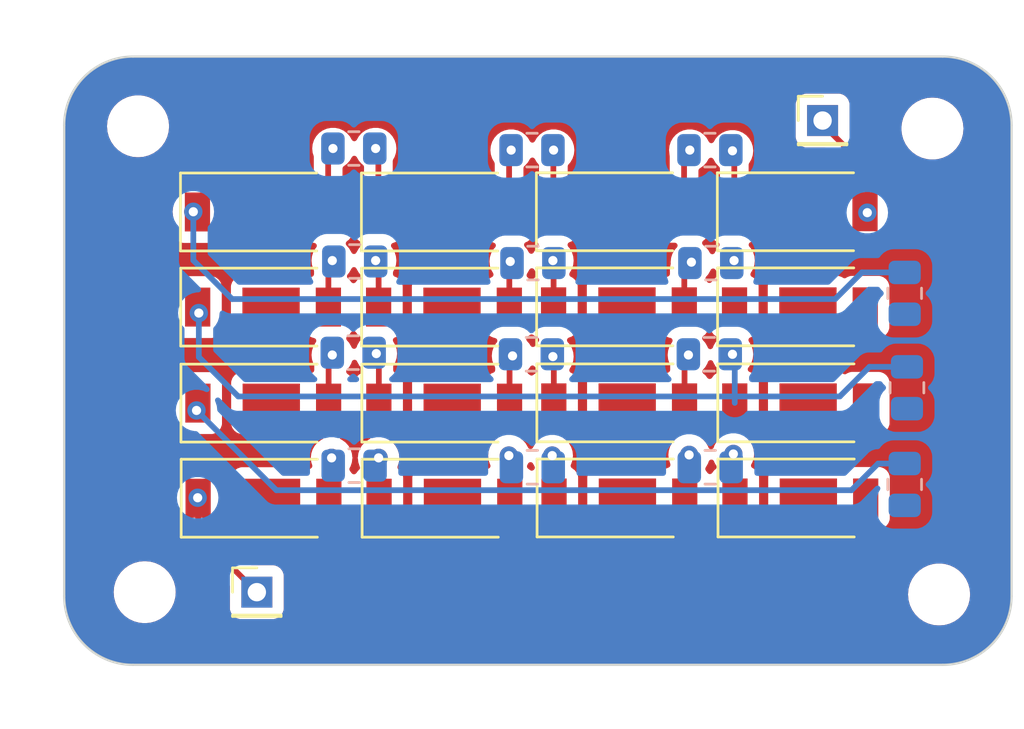
<source format=kicad_pcb>
(kicad_pcb (version 20221018) (generator pcbnew)
  (layers (0 "F.Cu" signal) (31 "B.Cu" signal) (34 "B.Paste" user) (35 "F.Paste" user) (36 "B.SilkS" user "B.Silkscreen") (37 "F.SilkS" user "F.Silkscreen") (38 "B.Mask" user) (39 "F.Mask" user) (44 "Edge.Cuts" user))
  (net 0 "")
  (footprint "MountingHole:MountingHole_2.2mm_M2" (layer "F.Cu") (at 99.52 99.55)
    (fp_text reference "REF**" hide)
    (fp_text value "MountingHole_2.2mm_M2" hide)
    (pad "" np_thru_hole circle (at 0 0) (size 2.2 2.2) (drill 2.2) (layers "*.Cu" "*.Mask"))
  )
  (footprint "LED_SMD:LED_Yuji_5730" (layer "F.Cu") (at 128.08 82.95)
    (fp_text reference "REF**" hide)
    (fp_text value "LED_Yuji_5730" hide)
    (fp_line (start -3.59 -1.7) (end 2.35 -1.7) (stroke (width 0.12)) (layer "F.SilkS"))
    (fp_line (start -3.59 1.7) (end -3.59 -1.7) (stroke (width 0.12)) (layer "F.SilkS"))
    (fp_line (start 2.35 1.7) (end -3.59 1.7) (stroke (width 0.12)) (layer "F.SilkS"))
    (pad "1" smd rect (at -2.85 0) (size 1.1 1.7) (layers "F.Cu" "F.Paste" "F.Mask"))
    (pad "2" smd rect (at 0.35 0) (size 2.5 1.7) (layers "F.Cu" "F.Paste" "F.Mask"))
    (pad "2" smd rect (at 2.85 0) (size 1.1 1.7) (layers "F.Cu" "F.Paste" "F.Mask"))
  )
  (footprint "LED_SMD:LED_Yuji_5730" (layer "F.Cu") (at 112.57 87.11)
    (fp_text reference "REF**" hide)
    (fp_text value "LED_Yuji_5730" hide)
    (fp_line (start -3.59 -1.7) (end 2.35 -1.7) (stroke (width 0.12)) (layer "F.SilkS"))
    (fp_line (start -3.59 1.7) (end -3.59 -1.7) (stroke (width 0.12)) (layer "F.SilkS"))
    (fp_line (start 2.35 1.7) (end -3.59 1.7) (stroke (width 0.12)) (layer "F.SilkS"))
    (pad "1" smd rect (at -2.85 0) (size 1.1 1.7) (layers "F.Cu" "F.Paste" "F.Mask"))
    (pad "2" smd rect (at 0.35 0) (size 2.5 1.7) (layers "F.Cu" "F.Paste" "F.Mask"))
    (pad "2" smd rect (at 2.85 0) (size 1.1 1.7) (layers "F.Cu" "F.Paste" "F.Mask"))
  )
  (footprint "MountingHole:MountingHole_2.2mm_M2" (layer "F.Cu") (at 134.16 99.65)
    (fp_text reference "REF**" hide)
    (fp_text value "MountingHole_2.2mm_M2" hide)
    (pad "" np_thru_hole circle (at 0 0) (size 2.2 2.2) (drill 2.2) (layers "*.Cu" "*.Mask"))
  )
  (footprint "LED_SMD:LED_Yuji_5730" (layer "F.Cu") (at 112.59 95.45)
    (fp_text reference "REF**" hide)
    (fp_text value "LED_Yuji_5730" hide)
    (fp_line (start -3.59 -1.7) (end 2.35 -1.7) (stroke (width 0.12)) (layer "F.SilkS"))
    (fp_line (start -3.59 1.7) (end -3.59 -1.7) (stroke (width 0.12)) (layer "F.SilkS"))
    (fp_line (start 2.35 1.7) (end -3.59 1.7) (stroke (width 0.12)) (layer "F.SilkS"))
    (pad "1" smd rect (at -2.85 0) (size 1.1 1.7) (layers "F.Cu" "F.Paste" "F.Mask"))
    (pad "2" smd rect (at 0.35 0) (size 2.5 1.7) (layers "F.Cu" "F.Paste" "F.Mask"))
    (pad "2" smd rect (at 2.85 0) (size 1.1 1.7) (layers "F.Cu" "F.Paste" "F.Mask"))
  )
  (footprint "LED_SMD:LED_Yuji_5730" (layer "F.Cu") (at 128.11 95.44)
    (fp_text reference "REF**" hide)
    (fp_text value "LED_Yuji_5730" hide)
    (fp_line (start -3.59 -1.7) (end 2.35 -1.7) (stroke (width 0.12)) (layer "F.SilkS"))
    (fp_line (start -3.59 1.7) (end -3.59 -1.7) (stroke (width 0.12)) (layer "F.SilkS"))
    (fp_line (start 2.35 1.7) (end -3.59 1.7) (stroke (width 0.12)) (layer "F.SilkS"))
    (pad "1" smd rect (at -2.85 0) (size 1.1 1.7) (layers "F.Cu" "F.Paste" "F.Mask"))
    (pad "2" smd rect (at 0.35 0) (size 2.5 1.7) (layers "F.Cu" "F.Paste" "F.Mask"))
    (pad "2" smd rect (at 2.85 0) (size 1.1 1.7) (layers "F.Cu" "F.Paste" "F.Mask"))
  )
  (footprint "MountingHole:MountingHole_2.2mm_M2" (layer "F.Cu") (at 133.87 79.32)
    (fp_text reference "REF**" hide)
    (fp_text value "MountingHole_2.2mm_M2" hide)
    (pad "" np_thru_hole circle (at 0 0) (size 2.2 2.2) (drill 2.2) (layers "*.Cu" "*.Mask"))
  )
  (footprint "LED_SMD:LED_Yuji_5730" (layer "F.Cu") (at 104.7 95.45)
    (fp_text reference "REF**" hide)
    (fp_text value "LED_Yuji_5730" hide)
    (fp_line (start -3.59 -1.7) (end 2.35 -1.7) (stroke (width 0.12)) (layer "F.SilkS"))
    (fp_line (start -3.59 1.7) (end -3.59 -1.7) (stroke (width 0.12)) (layer "F.SilkS"))
    (fp_line (start 2.35 1.7) (end -3.59 1.7) (stroke (width 0.12)) (layer "F.SilkS"))
    (pad "1" smd rect (at -2.85 0) (size 1.1 1.7) (layers "F.Cu" "F.Paste" "F.Mask"))
    (pad "2" smd rect (at 0.35 0) (size 2.5 1.7) (layers "F.Cu" "F.Paste" "F.Mask"))
    (pad "2" smd rect (at 2.85 0) (size 1.1 1.7) (layers "F.Cu" "F.Paste" "F.Mask"))
  )
  (footprint "LED_SMD:LED_Yuji_5730" (layer "F.Cu") (at 128.09 87.1)
    (fp_text reference "REF**" hide)
    (fp_text value "LED_Yuji_5730" hide)
    (fp_line (start -3.59 -1.7) (end 2.35 -1.7) (stroke (width 0.12)) (layer "F.SilkS"))
    (fp_line (start -3.59 1.7) (end -3.59 -1.7) (stroke (width 0.12)) (layer "F.SilkS"))
    (fp_line (start 2.35 1.7) (end -3.59 1.7) (stroke (width 0.12)) (layer "F.SilkS"))
    (pad "1" smd rect (at -2.85 0) (size 1.1 1.7) (layers "F.Cu" "F.Paste" "F.Mask"))
    (pad "2" smd rect (at 0.35 0) (size 2.5 1.7) (layers "F.Cu" "F.Paste" "F.Mask"))
    (pad "2" smd rect (at 2.85 0) (size 1.1 1.7) (layers "F.Cu" "F.Paste" "F.Mask"))
  )
  (footprint "LED_SMD:LED_Yuji_5730" (layer "F.Cu") (at 128.1 91.29)
    (fp_text reference "REF**" hide)
    (fp_text value "LED_Yuji_5730" hide)
    (fp_line (start -3.59 -1.7) (end 2.35 -1.7) (stroke (width 0.12)) (layer "F.SilkS"))
    (fp_line (start -3.59 1.7) (end -3.59 -1.7) (stroke (width 0.12)) (layer "F.SilkS"))
    (fp_line (start 2.35 1.7) (end -3.59 1.7) (stroke (width 0.12)) (layer "F.SilkS"))
    (pad "1" smd rect (at -2.85 0) (size 1.1 1.7) (layers "F.Cu" "F.Paste" "F.Mask"))
    (pad "2" smd rect (at 0.35 0) (size 2.5 1.7) (layers "F.Cu" "F.Paste" "F.Mask"))
    (pad "2" smd rect (at 2.85 0) (size 1.1 1.7) (layers "F.Cu" "F.Paste" "F.Mask"))
  )
  (footprint "Connector_PinHeader_2.00mm:PinHeader_1x01_P2.00mm_Vertical" (layer "F.Cu") (at 104.41 99.55)
    (fp_text reference "REF**" hide)
    (fp_text value "PinHeader_1x01_P2.00mm_Vertical" hide)
    (fp_line (start -1.06 -1.06) (end 0 -1.06) (stroke (width 0.12)) (layer "F.SilkS"))
    (fp_line (start -1.06 0) (end -1.06 -1.06) (stroke (width 0.12)) (layer "F.SilkS"))
    (fp_line (start -1.06 1) (end -1.06 1.06) (stroke (width 0.12)) (layer "F.SilkS"))
    (fp_line (start -1.06 1) (end 1.06 1) (stroke (width 0.12)) (layer "F.SilkS"))
    (fp_line (start -1.06 1.06) (end 1.06 1.06) (stroke (width 0.12)) (layer "F.SilkS"))
    (fp_line (start 1.06 1) (end 1.06 1.06) (stroke (width 0.12)) (layer "F.SilkS"))
    (pad "1" thru_hole rect (at 0 0) (size 1.35 1.35) (drill 0.8) (layers "*.Cu" "*.Mask"))
  )
  (footprint "Connector_PinHeader_2.00mm:PinHeader_1x01_P2.00mm_Vertical" (layer "F.Cu") (at 129.08 78.97)
    (fp_text reference "REF**" hide)
    (fp_text value "PinHeader_1x01_P2.00mm_Vertical" hide)
    (fp_line (start -1.06 -1.06) (end 0 -1.06) (stroke (width 0.12)) (layer "F.SilkS"))
    (fp_line (start -1.06 0) (end -1.06 -1.06) (stroke (width 0.12)) (layer "F.SilkS"))
    (fp_line (start -1.06 1) (end -1.06 1.06) (stroke (width 0.12)) (layer "F.SilkS"))
    (fp_line (start -1.06 1) (end 1.06 1) (stroke (width 0.12)) (layer "F.SilkS"))
    (fp_line (start -1.06 1.06) (end 1.06 1.06) (stroke (width 0.12)) (layer "F.SilkS"))
    (fp_line (start 1.06 1) (end 1.06 1.06) (stroke (width 0.12)) (layer "F.SilkS"))
    (pad "1" thru_hole rect (at 0 0) (size 1.35 1.35) (drill 0.8) (layers "*.Cu" "*.Mask"))
  )
  (footprint "LED_SMD:LED_Yuji_5730" (layer "F.Cu") (at 120.22 95.44)
    (fp_text reference "REF**" hide)
    (fp_text value "LED_Yuji_5730" hide)
    (fp_line (start -3.59 -1.7) (end 2.35 -1.7) (stroke (width 0.12)) (layer "F.SilkS"))
    (fp_line (start -3.59 1.7) (end -3.59 -1.7) (stroke (width 0.12)) (layer "F.SilkS"))
    (fp_line (start 2.35 1.7) (end -3.59 1.7) (stroke (width 0.12)) (layer "F.SilkS"))
    (pad "1" smd rect (at -2.85 0) (size 1.1 1.7) (layers "F.Cu" "F.Paste" "F.Mask"))
    (pad "2" smd rect (at 0.35 0) (size 2.5 1.7) (layers "F.Cu" "F.Paste" "F.Mask"))
    (pad "2" smd rect (at 2.85 0) (size 1.1 1.7) (layers "F.Cu" "F.Paste" "F.Mask"))
  )
  (footprint "MountingHole:MountingHole_2.2mm_M2" (layer "F.Cu") (at 99.23 79.22)
    (fp_text reference "REF**" hide)
    (fp_text value "MountingHole_2.2mm_M2" hide)
    (pad "" np_thru_hole circle (at 0 0) (size 2.2 2.2) (drill 2.2) (layers "*.Cu" "*.Mask"))
  )
  (footprint "LED_SMD:LED_Yuji_5730" (layer "F.Cu") (at 120.2 87.1)
    (fp_text reference "REF**" hide)
    (fp_text value "LED_Yuji_5730" hide)
    (fp_line (start -3.59 -1.7) (end 2.35 -1.7) (stroke (width 0.12)) (layer "F.SilkS"))
    (fp_line (start -3.59 1.7) (end -3.59 -1.7) (stroke (width 0.12)) (layer "F.SilkS"))
    (fp_line (start 2.35 1.7) (end -3.59 1.7) (stroke (width 0.12)) (layer "F.SilkS"))
    (pad "1" smd rect (at -2.85 0) (size 1.1 1.7) (layers "F.Cu" "F.Paste" "F.Mask"))
    (pad "2" smd rect (at 0.35 0) (size 2.5 1.7) (layers "F.Cu" "F.Paste" "F.Mask"))
    (pad "2" smd rect (at 2.85 0) (size 1.1 1.7) (layers "F.Cu" "F.Paste" "F.Mask"))
  )
  (footprint "LED_SMD:LED_Yuji_5730" (layer "F.Cu") (at 112.56 82.96)
    (fp_text reference "REF**" hide)
    (fp_text value "LED_Yuji_5730" hide)
    (fp_line (start -3.59 -1.7) (end 2.35 -1.7) (stroke (width 0.12)) (layer "F.SilkS"))
    (fp_line (start -3.59 1.7) (end -3.59 -1.7) (stroke (width 0.12)) (layer "F.SilkS"))
    (fp_line (start 2.35 1.7) (end -3.59 1.7) (stroke (width 0.12)) (layer "F.SilkS"))
    (pad "1" smd rect (at -2.85 0) (size 1.1 1.7) (layers "F.Cu" "F.Paste" "F.Mask"))
    (pad "2" smd rect (at 0.35 0) (size 2.5 1.7) (layers "F.Cu" "F.Paste" "F.Mask"))
    (pad "2" smd rect (at 2.85 0) (size 1.1 1.7) (layers "F.Cu" "F.Paste" "F.Mask"))
  )
  (footprint "LED_SMD:LED_Yuji_5730" (layer "F.Cu") (at 104.68 87.11)
    (fp_text reference "REF**" hide)
    (fp_text value "LED_Yuji_5730" hide)
    (fp_line (start -3.59 -1.7) (end 2.35 -1.7) (stroke (width 0.12)) (layer "F.SilkS"))
    (fp_line (start -3.59 1.7) (end -3.59 -1.7) (stroke (width 0.12)) (layer "F.SilkS"))
    (fp_line (start 2.35 1.7) (end -3.59 1.7) (stroke (width 0.12)) (layer "F.SilkS"))
    (pad "1" smd rect (at -2.85 0) (size 1.1 1.7) (layers "F.Cu" "F.Paste" "F.Mask"))
    (pad "2" smd rect (at 0.35 0) (size 2.5 1.7) (layers "F.Cu" "F.Paste" "F.Mask"))
    (pad "2" smd rect (at 2.85 0) (size 1.1 1.7) (layers "F.Cu" "F.Paste" "F.Mask"))
  )
  (footprint "LED_SMD:LED_Yuji_5730" (layer "F.Cu") (at 120.21 91.29)
    (fp_text reference "REF**" hide)
    (fp_text value "LED_Yuji_5730" hide)
    (fp_line (start -3.59 -1.7) (end 2.35 -1.7) (stroke (width 0.12)) (layer "F.SilkS"))
    (fp_line (start -3.59 1.7) (end -3.59 -1.7) (stroke (width 0.12)) (layer "F.SilkS"))
    (fp_line (start 2.35 1.7) (end -3.59 1.7) (stroke (width 0.12)) (layer "F.SilkS"))
    (pad "1" smd rect (at -2.85 0) (size 1.1 1.7) (layers "F.Cu" "F.Paste" "F.Mask"))
    (pad "2" smd rect (at 0.35 0) (size 2.5 1.7) (layers "F.Cu" "F.Paste" "F.Mask"))
    (pad "2" smd rect (at 2.85 0) (size 1.1 1.7) (layers "F.Cu" "F.Paste" "F.Mask"))
  )
  (footprint "LED_SMD:LED_Yuji_5730" (layer "F.Cu") (at 120.19 82.95)
    (fp_text reference "REF**" hide)
    (fp_text value "LED_Yuji_5730" hide)
    (fp_line (start -3.59 -1.7) (end 2.35 -1.7) (stroke (width 0.12)) (layer "F.SilkS"))
    (fp_line (start -3.59 1.7) (end -3.59 -1.7) (stroke (width 0.12)) (layer "F.SilkS"))
    (fp_line (start 2.35 1.7) (end -3.59 1.7) (stroke (width 0.12)) (layer "F.SilkS"))
    (pad "1" smd rect (at -2.85 0) (size 1.1 1.7) (layers "F.Cu" "F.Paste" "F.Mask"))
    (pad "2" smd rect (at 0.35 0) (size 2.5 1.7) (layers "F.Cu" "F.Paste" "F.Mask"))
    (pad "2" smd rect (at 2.85 0) (size 1.1 1.7) (layers "F.Cu" "F.Paste" "F.Mask"))
  )
  (footprint "LED_SMD:LED_Yuji_5730" (layer "F.Cu") (at 104.69 91.3)
    (fp_text reference "REF**" hide)
    (fp_text value "LED_Yuji_5730" hide)
    (fp_line (start -3.59 -1.7) (end 2.35 -1.7) (stroke (width 0.12)) (layer "F.SilkS"))
    (fp_line (start -3.59 1.7) (end -3.59 -1.7) (stroke (width 0.12)) (layer "F.SilkS"))
    (fp_line (start 2.35 1.7) (end -3.59 1.7) (stroke (width 0.12)) (layer "F.SilkS"))
    (pad "1" smd rect (at -2.85 0) (size 1.1 1.7) (layers "F.Cu" "F.Paste" "F.Mask"))
    (pad "2" smd rect (at 0.35 0) (size 2.5 1.7) (layers "F.Cu" "F.Paste" "F.Mask"))
    (pad "2" smd rect (at 2.85 0) (size 1.1 1.7) (layers "F.Cu" "F.Paste" "F.Mask"))
  )
  (footprint "LED_SMD:LED_Yuji_5730" (layer "F.Cu") (at 112.58 91.3)
    (fp_text reference "REF**" hide)
    (fp_text value "LED_Yuji_5730" hide)
    (fp_line (start -3.59 -1.7) (end 2.35 -1.7) (stroke (width 0.12)) (layer "F.SilkS"))
    (fp_line (start -3.59 1.7) (end -3.59 -1.7) (stroke (width 0.12)) (layer "F.SilkS"))
    (fp_line (start 2.35 1.7) (end -3.59 1.7) (stroke (width 0.12)) (layer "F.SilkS"))
    (pad "1" smd rect (at -2.85 0) (size 1.1 1.7) (layers "F.Cu" "F.Paste" "F.Mask"))
    (pad "2" smd rect (at 0.35 0) (size 2.5 1.7) (layers "F.Cu" "F.Paste" "F.Mask"))
    (pad "2" smd rect (at 2.85 0) (size 1.1 1.7) (layers "F.Cu" "F.Paste" "F.Mask"))
  )
  (footprint "LED_SMD:LED_Yuji_5730" (layer "F.Cu") (at 104.67 82.96)
    (fp_text reference "REF**" hide)
    (fp_text value "LED_Yuji_5730" hide)
    (fp_line (start -3.59 -1.7) (end 2.35 -1.7) (stroke (width 0.12)) (layer "F.SilkS"))
    (fp_line (start -3.59 1.7) (end -3.59 -1.7) (stroke (width 0.12)) (layer "F.SilkS"))
    (fp_line (start 2.35 1.7) (end -3.59 1.7) (stroke (width 0.12)) (layer "F.SilkS"))
    (pad "1" smd rect (at -2.85 0) (size 1.1 1.7) (layers "F.Cu" "F.Paste" "F.Mask"))
    (pad "2" smd rect (at 0.35 0) (size 2.5 1.7) (layers "F.Cu" "F.Paste" "F.Mask"))
    (pad "2" smd rect (at 2.85 0) (size 1.1 1.7) (layers "F.Cu" "F.Paste" "F.Mask"))
  )
  (footprint "Resistor_SMD:R_0805_2012Metric" (layer "B.Cu") (at 124.18 94.1 180)
    (fp_text reference "REF**" hide)
    (fp_text value "R_0805_2012Metric" hide)
    (fp_line (start -0.227064 -0.735) (end 0.227064 -0.735) (stroke (width 0.12)) (layer "B.SilkS"))
    (fp_line (start -0.227064 0.735) (end 0.227064 0.735) (stroke (width 0.12)) (layer "B.SilkS"))
    (pad "1" smd roundrect (at -0.9125 0 180) (size 1.025 1.4) (layers "B.Cu" "B.Paste" "B.Mask") (roundrect_rratio 0.243902))
    (pad "2" smd roundrect (at 0.9125 0 180) (size 1.025 1.4) (layers "B.Cu" "B.Paste" "B.Mask") (roundrect_rratio 0.243902))
  )
  (footprint "Resistor_SMD:R_0805_2012Metric" (layer "B.Cu") (at 132.66 94.85 -90)
    (fp_text reference "REF**" hide)
    (fp_text value "R_0805_2012Metric" hide)
    (fp_line (start -0.227064 -0.735) (end 0.227064 -0.735) (stroke (width 0.12)) (layer "B.SilkS"))
    (fp_line (start -0.227064 0.735) (end 0.227064 0.735) (stroke (width 0.12)) (layer "B.SilkS"))
    (pad "1" smd roundrect (at -0.9125 0 270) (size 1.025 1.4) (layers "B.Cu" "B.Paste" "B.Mask") (roundrect_rratio 0.243902))
    (pad "2" smd roundrect (at 0.9125 0 270) (size 1.025 1.4) (layers "B.Cu" "B.Paste" "B.Mask") (roundrect_rratio 0.243902))
  )
  (footprint "Resistor_SMD:R_0805_2012Metric" (layer "B.Cu") (at 124.1675 80.26 180)
    (fp_text reference "REF**" hide)
    (fp_text value "R_0805_2012Metric" hide)
    (fp_line (start -0.227064 -0.735) (end 0.227064 -0.735) (stroke (width 0.12)) (layer "B.SilkS"))
    (fp_line (start -0.227064 0.735) (end 0.227064 0.735) (stroke (width 0.12)) (layer "B.SilkS"))
    (pad "1" smd roundrect (at -0.9125 0 180) (size 1.025 1.4) (layers "B.Cu" "B.Paste" "B.Mask") (roundrect_rratio 0.243902))
    (pad "2" smd roundrect (at 0.9125 0 180) (size 1.025 1.4) (layers "B.Cu" "B.Paste" "B.Mask") (roundrect_rratio 0.243902))
  )
  (footprint "Resistor_SMD:R_0805_2012Metric" (layer "B.Cu") (at 124.14 89.17 180)
    (fp_text reference "REF**" hide)
    (fp_text value "R_0805_2012Metric" hide)
    (fp_line (start -0.227064 -0.735) (end 0.227064 -0.735) (stroke (width 0.12)) (layer "B.SilkS"))
    (fp_line (start -0.227064 0.735) (end 0.227064 0.735) (stroke (width 0.12)) (layer "B.SilkS"))
    (pad "1" smd roundrect (at -0.9125 0 180) (size 1.025 1.4) (layers "B.Cu" "B.Paste" "B.Mask") (roundrect_rratio 0.243902))
    (pad "2" smd roundrect (at 0.9125 0 180) (size 1.025 1.4) (layers "B.Cu" "B.Paste" "B.Mask") (roundrect_rratio 0.243902))
  )
  (footprint "Resistor_SMD:R_0805_2012Metric" (layer "B.Cu") (at 132.66 86.51 -90)
    (fp_text reference "REF**" hide)
    (fp_text value "R_0805_2012Metric" hide)
    (fp_line (start -0.227064 -0.735) (end 0.227064 -0.735) (stroke (width 0.12)) (layer "B.SilkS"))
    (fp_line (start -0.227064 0.735) (end 0.227064 0.735) (stroke (width 0.12)) (layer "B.SilkS"))
    (pad "1" smd roundrect (at -0.9125 0 270) (size 1.025 1.4) (layers "B.Cu" "B.Paste" "B.Mask") (roundrect_rratio 0.243902))
    (pad "2" smd roundrect (at 0.9125 0 270) (size 1.025 1.4) (layers "B.Cu" "B.Paste" "B.Mask") (roundrect_rratio 0.243902))
  )
  (footprint "Resistor_SMD:R_0805_2012Metric" (layer "B.Cu") (at 116.3825 89.17 180)
    (fp_text reference "REF**" hide)
    (fp_text value "R_0805_2012Metric" hide)
    (fp_line (start -0.227064 -0.735) (end 0.227064 -0.735) (stroke (width 0.12)) (layer "B.SilkS"))
    (fp_line (start -0.227064 0.735) (end 0.227064 0.735) (stroke (width 0.12)) (layer "B.SilkS"))
    (pad "1" smd roundrect (at -0.9125 0 180) (size 1.025 1.4) (layers "B.Cu" "B.Paste" "B.Mask") (roundrect_rratio 0.243902))
    (pad "2" smd roundrect (at 0.9125 0 180) (size 1.025 1.4) (layers "B.Cu" "B.Paste" "B.Mask") (roundrect_rratio 0.243902))
  )
  (footprint "Resistor_SMD:R_0805_2012Metric" (layer "B.Cu") (at 116.4225 94.1 180)
    (fp_text reference "REF**" hide)
    (fp_text value "R_0805_2012Metric" hide)
    (fp_line (start -0.227064 -0.735) (end 0.227064 -0.735) (stroke (width 0.12)) (layer "B.SilkS"))
    (fp_line (start -0.227064 0.735) (end 0.227064 0.735) (stroke (width 0.12)) (layer "B.SilkS"))
    (pad "1" smd roundrect (at -0.9125 0 180) (size 1.025 1.4) (layers "B.Cu" "B.Paste" "B.Mask") (roundrect_rratio 0.243902))
    (pad "2" smd roundrect (at 0.9125 0 180) (size 1.025 1.4) (layers "B.Cu" "B.Paste" "B.Mask") (roundrect_rratio 0.243902))
  )
  (footprint "Resistor_SMD:R_0805_2012Metric" (layer "B.Cu") (at 132.76 90.63 -90)
    (fp_text reference "REF**" hide)
    (fp_text value "R_0805_2012Metric" hide)
    (fp_line (start -0.227064 -0.735) (end 0.227064 -0.735) (stroke (width 0.12)) (layer "B.SilkS"))
    (fp_line (start -0.227064 0.735) (end 0.227064 0.735) (stroke (width 0.12)) (layer "B.SilkS"))
    (pad "1" smd roundrect (at -0.9125 0 270) (size 1.025 1.4) (layers "B.Cu" "B.Paste" "B.Mask") (roundrect_rratio 0.243902))
    (pad "2" smd roundrect (at 0.9125 0 270) (size 1.025 1.4) (layers "B.Cu" "B.Paste" "B.Mask") (roundrect_rratio 0.243902))
  )
  (footprint "Resistor_SMD:R_0805_2012Metric" (layer "B.Cu") (at 116.41 80.26 180)
    (fp_text reference "REF**" hide)
    (fp_text value "R_0805_2012Metric" hide)
    (fp_line (start -0.227064 -0.735) (end 0.227064 -0.735) (stroke (width 0.12)) (layer "B.SilkS"))
    (fp_line (start -0.227064 0.735) (end 0.227064 0.735) (stroke (width 0.12)) (layer "B.SilkS"))
    (pad "1" smd roundrect (at -0.9125 0 180) (size 1.025 1.4) (layers "B.Cu" "B.Paste" "B.Mask") (roundrect_rratio 0.243902))
    (pad "2" smd roundrect (at 0.9125 0 180) (size 1.025 1.4) (layers "B.Cu" "B.Paste" "B.Mask") (roundrect_rratio 0.243902))
  )
  (footprint "Resistor_SMD:R_0805_2012Metric" (layer "B.Cu") (at 124.2075 85.19 180)
    (fp_text reference "REF**" hide)
    (fp_text value "R_0805_2012Metric" hide)
    (fp_line (start -0.227064 -0.735) (end 0.227064 -0.735) (stroke (width 0.12)) (layer "B.SilkS"))
    (fp_line (start -0.227064 0.735) (end 0.227064 0.735) (stroke (width 0.12)) (layer "B.SilkS"))
    (pad "1" smd roundrect (at -0.9125 0 180) (size 1.025 1.4) (layers "B.Cu" "B.Paste" "B.Mask") (roundrect_rratio 0.243902))
    (pad "2" smd roundrect (at 0.9125 0 180) (size 1.025 1.4) (layers "B.Cu" "B.Paste" "B.Mask") (roundrect_rratio 0.243902))
  )
  (footprint "Resistor_SMD:R_0805_2012Metric" (layer "B.Cu") (at 116.45 85.19 180)
    (fp_text reference "REF**" hide)
    (fp_text value "R_0805_2012Metric" hide)
    (fp_line (start -0.227064 -0.735) (end 0.227064 -0.735) (stroke (width 0.12)) (layer "B.SilkS"))
    (fp_line (start -0.227064 0.735) (end 0.227064 0.735) (stroke (width 0.12)) (layer "B.SilkS"))
    (pad "1" smd roundrect (at -0.9125 0 180) (size 1.025 1.4) (layers "B.Cu" "B.Paste" "B.Mask") (roundrect_rratio 0.243902))
    (pad "2" smd roundrect (at 0.9125 0 180) (size 1.025 1.4) (layers "B.Cu" "B.Paste" "B.Mask") (roundrect_rratio 0.243902))
  )
  (footprint "Resistor_SMD:R_0805_2012Metric" (layer "B.Cu") (at 108.64 80.19 180)
    (fp_text reference "REF**" hide)
    (fp_text value "R_0805_2012Metric" hide)
    (fp_line (start -0.227064 -0.735) (end 0.227064 -0.735) (stroke (width 0.12)) (layer "B.SilkS"))
    (fp_line (start -0.227064 0.735) (end 0.227064 0.735) (stroke (width 0.12)) (layer "B.SilkS"))
    (pad "1" smd roundrect (at -0.9125 0 180) (size 1.025 1.4) (layers "B.Cu" "B.Paste" "B.Mask") (roundrect_rratio 0.243902))
    (pad "2" smd roundrect (at 0.9125 0 180) (size 1.025 1.4) (layers "B.Cu" "B.Paste" "B.Mask") (roundrect_rratio 0.243902))
  )
  (footprint "Resistor_SMD:R_0805_2012Metric" (layer "B.Cu") (at 108.6525 94.03 180)
    (fp_text reference "REF**" hide)
    (fp_text value "R_0805_2012Metric" hide)
    (fp_line (start -0.227064 -0.735) (end 0.227064 -0.735) (stroke (width 0.12)) (layer "B.SilkS"))
    (fp_line (start -0.227064 0.735) (end 0.227064 0.735) (stroke (width 0.12)) (layer "B.SilkS"))
    (pad "1" smd roundrect (at -0.9125 0 180) (size 1.025 1.4) (layers "B.Cu" "B.Paste" "B.Mask") (roundrect_rratio 0.243902))
    (pad "2" smd roundrect (at 0.9125 0 180) (size 1.025 1.4) (layers "B.Cu" "B.Paste" "B.Mask") (roundrect_rratio 0.243902))
  )
  (footprint "Resistor_SMD:R_0805_2012Metric" (layer "B.Cu") (at 108.68 85.12 180)
    (fp_text reference "REF**" hide)
    (fp_text value "R_0805_2012Metric" hide)
    (fp_line (start -0.227064 -0.735) (end 0.227064 -0.735) (stroke (width 0.12)) (layer "B.SilkS"))
    (fp_line (start -0.227064 0.735) (end 0.227064 0.735) (stroke (width 0.12)) (layer "B.SilkS"))
    (pad "1" smd roundrect (at -0.9125 0 180) (size 1.025 1.4) (layers "B.Cu" "B.Paste" "B.Mask") (roundrect_rratio 0.243902))
    (pad "2" smd roundrect (at 0.9125 0 180) (size 1.025 1.4) (layers "B.Cu" "B.Paste" "B.Mask") (roundrect_rratio 0.243902))
  )
  (footprint "Resistor_SMD:R_0805_2012Metric" (layer "B.Cu") (at 108.6125 89.1 180)
    (fp_text reference "REF**" hide)
    (fp_text value "R_0805_2012Metric" hide)
    (fp_line (start -0.227064 -0.735) (end 0.227064 -0.735) (stroke (width 0.12)) (layer "B.SilkS"))
    (fp_line (start -0.227064 0.735) (end 0.227064 0.735) (stroke (width 0.12)) (layer "B.SilkS"))
    (pad "1" smd roundrect (at -0.9125 0 180) (size 1.025 1.4) (layers "B.Cu" "B.Paste" "B.Mask") (roundrect_rratio 0.243902))
    (pad "2" smd roundrect (at 0.9125 0 180) (size 1.025 1.4) (layers "B.Cu" "B.Paste" "B.Mask") (roundrect_rratio 0.243902))
  )
  (gr_arc (start 137.32 99.72) (mid 136.44132 101.84132) (end 134.32 102.72) (stroke (width 0.1)) (layer "Edge.Cuts"))
  (gr_line (start 96.01 99.72) (end 96.01 79.18) (stroke (width 0.1)) (layer "Edge.Cuts"))
  (gr_line (start 137.32 79.18) (end 137.32 99.72) (stroke (width 0.1)) (layer "Edge.Cuts"))
  (gr_arc (start 99.01 102.72) (mid 96.88868 101.84132) (end 96.01 99.72) (stroke (width 0.1)) (layer "Edge.Cuts"))
  (gr_arc (start 134.32 76.18) (mid 136.44132 77.05868) (end 137.32 79.18) (stroke (width 0.1)) (layer "Edge.Cuts"))
  (gr_line (start 99.01 76.18) (end 134.32 76.18) (stroke (width 0.1)) (layer "Edge.Cuts"))
  (gr_line (start 134.32 102.72) (end 99.01 102.72) (stroke (width 0.1)) (layer "Edge.Cuts"))
  (gr_arc (start 96.01 79.18) (mid 96.88868 77.05868) (end 99.01 76.18) (stroke (width 0.1)) (layer "Edge.Cuts"))
  (segment (start 123.07 93.75) (end 123.26 93.56) (width 0.25) (layer "F.Cu") (net 0))
  (segment (start 130.99 82.95) (end 131.03 82.99) (width 0.25) (layer "F.Cu") (net 0))
  (segment (start 117.35 87.1) (end 117.35 85.11) (width 0.25) (layer "F.Cu") (net 0))
  (segment (start 123.06 91.29) (end 123.06 89.37) (width 0.25) (layer "F.Cu") (net 0))
  (segment (start 109.73 91.3) (end 109.73 89.25) (width 0.25) (layer "F.Cu") (net 0))
  (segment (start 117.37 93.67) (end 117.29 93.59) (width 0.25) (layer "F.Cu") (net 0))
  (segment (start 123.05 87.1) (end 123.05 85.46) (width 0.25) (layer "F.Cu") (net 0))
  (segment (start 117.36 89.31) (end 117.32 89.27) (width 0.25) (layer "F.Cu") (net 0))
  (segment (start 130.93 82.95) (end 130.99 82.95) (width 0.25) (layer "F.Cu") (net 0))
  (segment (start 123.05 85.46) (end 123.36 85.15) (width 0.25) (layer "F.Cu") (net 0))
  (segment (start 101.85 96.99) (end 104.41 99.55) (width 0.25) (layer "F.Cu") (net 0))
  (segment (start 107.55 95.45) (end 107.55 93.81) (width 0.25) (layer "F.Cu") (net 0))
  (segment (start 101.65 82.96) (end 101.64 82.95) (width 0.25) (layer "F.Cu") (net 0))
  (segment (start 107.52 80.4) (end 107.73 80.19) (width 0.25) (layer "F.Cu") (net 0))
  (segment (start 129.08 79.13) (end 131.03 81.08) (width 0.25) (layer "F.Cu") (net 0))
  (segment (start 125.26 95.44) (end 125.26 93.59) (width 0.25) (layer "F.Cu") (net 0))
  (segment (start 107.53 87.11) (end 107.53 85.25) (width 0.25) (layer "F.Cu") (net 0))
  (segment (start 109.72 87.11) (end 109.72 85.21) (width 0.25) (layer "F.Cu") (net 0))
  (segment (start 125.23 80.37) (end 125.15 80.29) (width 0.25) (layer "F.Cu") (net 0))
  (segment (start 101.83 87.11) (end 101.83 87.32) (width 0.25) (layer "F.Cu") (net 0))
  (segment (start 107.53 85.25) (end 107.7 85.08) (width 0.25) (layer "F.Cu") (net 0))
  (segment (start 109.74 93.71) (end 109.72 93.69) (width 0.25) (layer "F.Cu") (net 0))
  (segment (start 115.44 93.63) (end 115.4 93.59) (width 0.25) (layer "F.Cu") (net 0))
  (segment (start 109.71 80.31) (end 109.59 80.19) (width 0) (layer "F.Cu") (net 0))
  (segment (start 125.26 93.59) (end 125.19 93.52) (width 0.25) (layer "F.Cu") (net 0))
  (segment (start 107.54 89.36) (end 107.7 89.2) (width 0.25) (layer "F.Cu") (net 0))
  (segment (start 109.73 89.25) (end 109.62 89.14) (width 0.25) (layer "F.Cu") (net 0))
  (segment (start 123.06 89.37) (end 123.23 89.2) (width 0.25) (layer "F.Cu") (net 0))
  (segment (start 123.04 80.51) (end 123.29 80.26) (width 0.25) (layer "F.Cu") (net 0))
  (segment (start 123.04 82.95) (end 123.04 80.51) (width 0.25) (layer "F.Cu") (net 0))
  (segment (start 101.84 91.56) (end 101.78 91.62) (width 0.25) (layer "F.Cu") (net 0))
  (segment (start 101.83 87.32) (end 101.88 87.37) (width 0.25) (layer "F.Cu") (net 0))
  (segment (start 115.42 85.16) (end 115.46 85.12) (width 0.25) (layer "F.Cu") (net 0))
  (segment (start 129.08 78.97) (end 129.08 79.13) (width 0.25) (layer "F.Cu") (net 0))
  (segment (start 109.71 82.96) (end 109.71 80.31) (width 0.25) (layer "F.Cu") (net 0))
  (segment (start 107.55 93.81) (end 107.67 93.69) (width 0.25) (layer "F.Cu") (net 0))
  (segment (start 115.41 82.96) (end 115.41 80.35) (width 0.25) (layer "F.Cu") (net 0))
  (segment (start 117.36 91.29) (end 117.36 89.31) (width 0.25) (layer "F.Cu") (net 0))
  (segment (start 123.07 95.44) (end 123.07 93.75) (width 0.25) (layer "F.Cu") (net 0))
  (segment (start 101.85 95.45) (end 101.83 95.43) (width 0.25) (layer "F.Cu") (net 0))
  (segment (start 107.52 82.96) (end 107.52 80.4) (width 0.25) (layer "F.Cu") (net 0))
  (segment (start 101.82 82.96) (end 101.65 82.96) (width 0.25) (layer "F.Cu") (net 0))
  (segment (start 115.43 91.3) (end 115.43 89.37) (width 0.25) (layer "F.Cu") (net 0))
  (segment (start 101.85 95.45) (end 101.85 96.99) (width 0.25) (layer "F.Cu") (net 0))
  (segment (start 109.72 85.21) (end 109.59 85.08) (width 0.25) (layer "F.Cu") (net 0))
  (segment (start 115.44 95.45) (end 115.44 93.63) (width 0.25) (layer "F.Cu") (net 0))
  (segment (start 101.84 91.3) (end 101.84 91.56) (width 0.25) (layer "F.Cu") (net 0))
  (segment (start 131.03 82.99) (end 131.03 81.08) (width 0.25) (layer "F.Cu") (net 0))
  (segment (start 115.43 89.37) (end 115.56 89.24) (width 0.25) (layer "F.Cu") (net 0))
  (segment (start 115.41 80.35) (end 115.5 80.26) (width 0) (layer "F.Cu") (net 0))
  (segment (start 125.25 89.27) (end 125.15 89.17) (width 0.25) (layer "F.Cu") (net 0))
  (segment (start 117.34 82.95) (end 117.34 80.27) (width 0.25) (layer "F.Cu") (net 0))
  (segment (start 107.54 91.3) (end 107.54 89.36) (width 0.25) (layer "F.Cu") (net 0))
  (segment (start 117.35 85.11) (end 117.32 85.08) (width 0.25) (layer "F.Cu") (net 0))
  (segment (start 117.37 95.44) (end 117.37 93.67) (width 0.25) (layer "F.Cu") (net 0))
  (segment (start 125.23 82.95) (end 125.23 80.37) (width 0.25) (layer "F.Cu") (net 0))
  (segment (start 117.34 80.27) (end 117.35 80.26) (width 0.25) (layer "F.Cu") (net 0))
  (segment (start 115.42 87.11) (end 115.42 85.16) (width 0.25) (layer "F.Cu") (net 0))
  (segment (start 109.74 95.45) (end 109.74 93.71) (width 0.25) (layer "F.Cu") (net 0))
  (via (at 109.59 85.08) (size 0.8) (drill 0.4) (layers "F.Cu" "B.Cu") (net 0))
  (via (at 125.22 85.08) (size 0.8) (drill 0.4) (layers "F.Cu" "B.Cu") (net 0))
  (via (at 107.7 85.08) (size 0.8) (drill 0.4) (layers "F.Cu" "B.Cu") (net 0))
  (via (at 123.23 89.2) (size 0.8) (drill 0.4) (layers "F.Cu" "B.Cu") (net 0))
  (via (at 117.35 80.26) (size 0.8) (drill 0.4) (layers "F.Cu" "B.Cu") (net 0))
  (via (at 107.67 93.69) (size 0.8) (drill 0.4) (layers "F.Cu" "B.Cu") (net 0))
  (via (at 115.5 80.26) (size 0.8) (drill 0.4) (layers "F.Cu" "B.Cu") (net 0))
  (via (at 115.46 85.12) (size 0.8) (drill 0.4) (layers "F.Cu" "B.Cu") (net 0))
  (via (at 123.36 85.15) (size 0.8) (drill 0.4) (layers "F.Cu" "B.Cu") (net 0))
  (via (at 115.4 93.59) (size 0.8) (drill 0.4) (layers "F.Cu" "B.Cu") (net 0))
  (via (at 109.62 89.14) (size 0.8) (drill 0.4) (layers "F.Cu" "B.Cu") (net 0))
  (via (at 131.03 82.99) (size 0.8) (drill 0.4) (layers "F.Cu" "B.Cu") (net 0))
  (via (at 117.29 93.59) (size 0.8) (drill 0.4) (layers "F.Cu" "B.Cu") (net 0))
  (via (at 109.59 80.19) (size 0.8) (drill 0.4) (layers "F.Cu" "B.Cu") (net 0))
  (via (at 117.32 85.08) (size 0.8) (drill 0.4) (layers "F.Cu" "B.Cu") (net 0))
  (via (at 115.56 89.24) (size 0.8) (drill 0.4) (layers "F.Cu" "B.Cu") (net 0))
  (via (at 125.15 89.17) (size 0.8) (drill 0.4) (layers "F.Cu" "B.Cu") (net 0))
  (via (at 101.88 87.37) (size 0.8) (drill 0.4) (layers "F.Cu" "B.Cu") (net 0))
  (via (at 109.72 93.69) (size 0.8) (drill 0.4) (layers "F.Cu" "B.Cu") (net 0))
  (via (at 125.19 93.52) (size 0.8) (drill 0.4) (layers "F.Cu" "B.Cu") (net 0))
  (via (at 123.26 93.56) (size 0.8) (drill 0.4) (layers "F.Cu" "B.Cu") (net 0))
  (via (at 101.83 95.43) (size 0.8) (drill 0.4) (layers "F.Cu" "B.Cu") (net 0))
  (via (at 107.7 89.2) (size 0.8) (drill 0.4) (layers "F.Cu" "B.Cu") (net 0))
  (via (at 125.15 80.29) (size 0.8) (drill 0.4) (layers "F.Cu" "B.Cu") (net 0))
  (via (at 123.29 80.26) (size 0.8) (drill 0.4) (layers "F.Cu" "B.Cu") (net 0))
  (via (at 117.32 89.27) (size 0.8) (drill 0.4) (layers "F.Cu" "B.Cu") (net 0))
  (via (at 101.64 82.95) (size 0.8) (drill 0.4) (layers "F.Cu" "B.Cu") (net 0))
  (via (at 107.73 80.19) (size 0.8) (drill 0.4) (layers "F.Cu" "B.Cu") (net 0))
  (via (at 101.78 91.62) (size 0.8) (drill 0.4) (layers "F.Cu" "B.Cu") (net 0))
  (segment (start 101.78 91.62) (end 105.26 95.1) (width 0.25) (layer "B.Cu") (net 0))
  (segment (start 129.83 91.01) (end 131.1225 89.7175) (width 0.25) (layer "B.Cu") (net 0))
  (segment (start 105.26 95.1) (end 130.34 95.1) (width 0.25) (layer "B.Cu") (net 0))
  (segment (start 101.64 82.95) (end 101.64 85.07) (width 0.25) (layer "B.Cu") (net 0))
  (segment (start 101.88 89.29) (end 103.6 91.01) (width 0.25) (layer "B.Cu") (net 0))
  (segment (start 131.5025 93.9375) (end 132.66 93.9375) (width 0.25) (layer "B.Cu") (net 0))
  (segment (start 103.33 86.76) (end 129.63 86.76) (width 0.25) (layer "B.Cu") (net 0))
  (segment (start 131.1225 89.7175) (end 132.76 89.7175) (width 0.25) (layer "B.Cu") (net 0))
  (segment (start 101.64 85.07) (end 103.33 86.76) (width 0.25) (layer "B.Cu") (net 0))
  (segment (start 125.25 91.29) (end 125.25 89.27) (width 0.25) (layer "B.Cu") (net 0))
  (segment (start 103.6 91.01) (end 129.83 91.01) (width 0.25) (layer "B.Cu") (net 0))
  (segment (start 129.63 86.76) (end 130.7925 85.5975) (width 0.25) (layer "B.Cu") (net 0))
  (segment (start 130.34 95.1) (end 131.5025 93.9375) (width 0.25) (layer "B.Cu") (net 0))
  (segment (start 101.88 87.37) (end 101.88 89.29) (width 0.25) (layer "B.Cu") (net 0))
  (segment (start 130.7925 85.5975) (end 132.66 85.5975) (width 0.25) (layer "B.Cu") (net 0))
  (zone (net 0) (net_name "") (layer "F.Cu") (connect_pads (clearance 0.5)) (min_thickness 0.25) (fill yes (thermal_gap 0.5) (thermal_bridge_width 0.5) (island_removal_mode 1) (island_area_min 10))
    (polygon (pts (xy 93.21 73.86) (xy 137.87 73.71) (xy 137.8 105.46) (xy 93.29 105.53) (xy 93.21 73.79)))
  )
  (zone (net 0) (net_name "") (layer "B.Cu") (priority 1) (connect_pads (clearance 0.5)) (min_thickness 0.25) (fill yes (thermal_gap 0.5) (thermal_bridge_width 0.5) (island_removal_mode 1) (island_area_min 10))
    (polygon (pts (xy 93.21 73.79) (xy 137.87 73.71) (xy 137.8 105.46) (xy 93.29 105.53)))
  )
)
</source>
